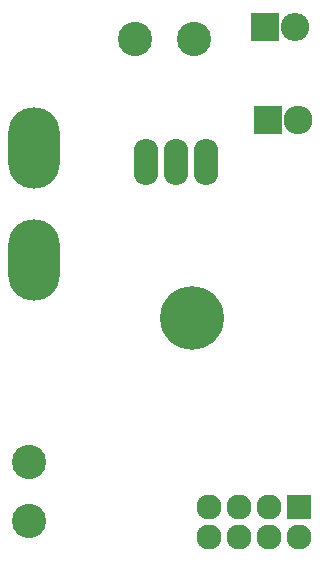
<source format=gbs>
G04 #@! TF.FileFunction,Soldermask,Bot*
%FSLAX46Y46*%
G04 Gerber Fmt 4.6, Leading zero omitted, Abs format (unit mm)*
G04 Created by KiCad (PCBNEW 4.0.1-stable) date 07.03.2016 23:08:01*
%MOMM*%
G01*
G04 APERTURE LIST*
%ADD10C,0.100000*%
%ADD11O,4.400000X6.900000*%
%ADD12C,2.900000*%
%ADD13O,2.398980X2.398980*%
%ADD14R,2.398980X2.398980*%
%ADD15R,2.432000X2.432000*%
%ADD16O,2.432000X2.432000*%
%ADD17O,2.099260X3.900120*%
%ADD18C,5.400000*%
%ADD19R,2.127200X2.127200*%
%ADD20O,2.127200X2.127200*%
G04 APERTURE END LIST*
D10*
D11*
X117550000Y-129100000D03*
X117550000Y-119600000D03*
D12*
X117150000Y-146150000D03*
X117150000Y-151150000D03*
D13*
X139670000Y-109400000D03*
D14*
X137130000Y-109400000D03*
D15*
X137400000Y-117200000D03*
D16*
X139940000Y-117200000D03*
D12*
X131100000Y-110400000D03*
X126100000Y-110400000D03*
D17*
X129600000Y-120800000D03*
X132140000Y-120800000D03*
X127060000Y-120800000D03*
D18*
X131000000Y-134000000D03*
D19*
X140000000Y-150000000D03*
D20*
X140000000Y-152540000D03*
X137460000Y-150000000D03*
X137460000Y-152540000D03*
X134920000Y-150000000D03*
X134920000Y-152540000D03*
X132380000Y-150000000D03*
X132380000Y-152540000D03*
M02*

</source>
